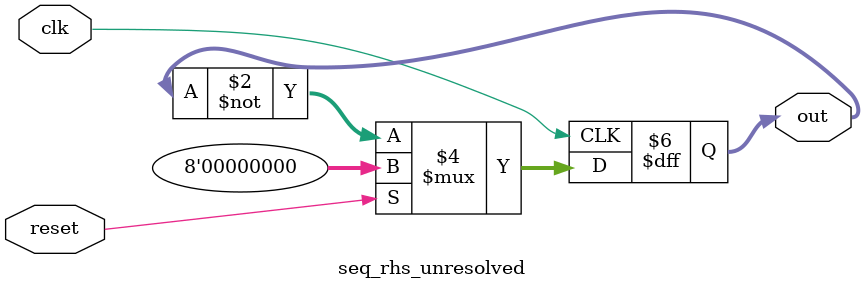
<source format=sv>

module seq_rhs_unresolved (
  output reg [7:0] out,
  input wire clk,
  input wire reset
);
always_ff @(posedge clk)
if (reset) begin
  out = 8'b0;
end else begin
  out = ~out;
end
endmodule

</source>
